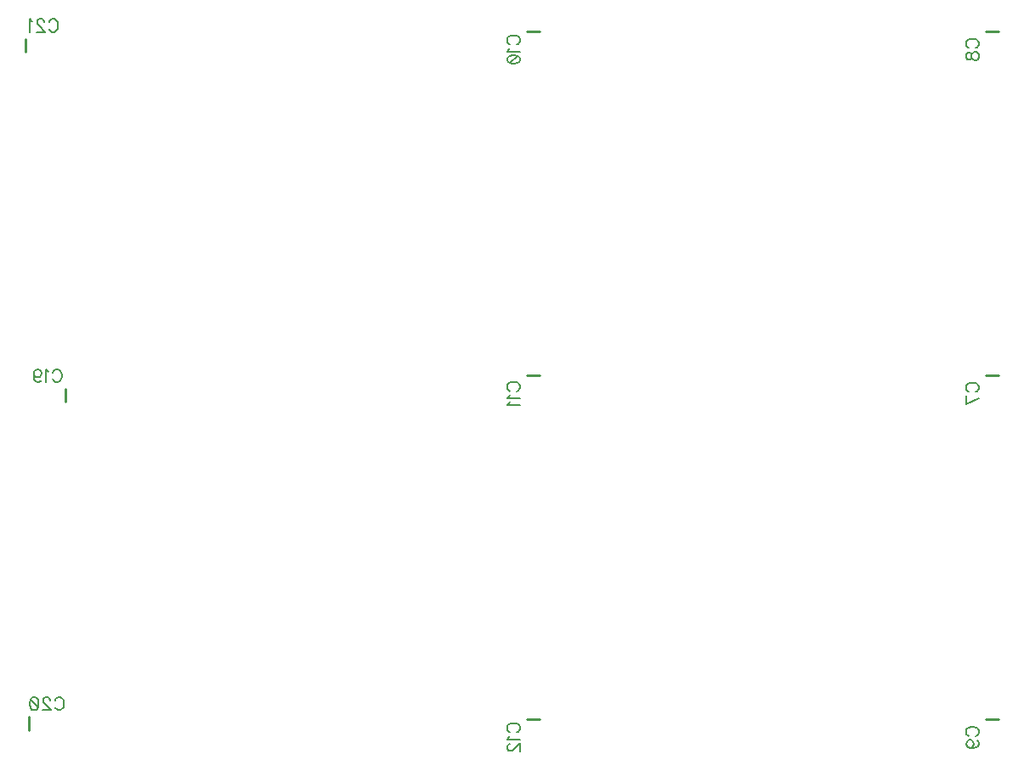
<source format=gbo>
G04 DipTrace 2.4.0.2*
%INpsu_1.GBO*%
%MOMM*%
%ADD10C,0.25*%
%ADD91C,0.196*%
%FSLAX53Y53*%
G04*
G71*
G90*
G75*
G01*
%LNBotSilk*%
%LPD*%
X185910Y66613D2*
D10*
X184611D1*
X185910Y100903D2*
X184611D1*
X185910Y32323D2*
X184611D1*
X140190Y100903D2*
X138891D1*
X140190Y66613D2*
X138891D1*
X140190Y32323D2*
X138891D1*
X92961Y63961D2*
Y65260D1*
X89279Y32560D2*
Y31261D1*
X88959Y100185D2*
Y98886D1*
X182953Y64979D2*
D91*
X182833Y65039D1*
X182711Y65161D1*
X182650Y65282D1*
Y65525D1*
X182711Y65647D1*
X182833Y65768D1*
X182953Y65829D1*
X183136Y65890D1*
X183441D1*
X183622Y65829D1*
X183744Y65768D1*
X183864Y65647D1*
X183926Y65525D1*
Y65282D1*
X183864Y65161D1*
X183744Y65039D1*
X183622Y64979D1*
X183926Y64344D2*
X182652Y63736D1*
Y64587D1*
X182953Y99268D2*
X182833Y99328D1*
X182711Y99450D1*
X182650Y99571D1*
Y99814D1*
X182711Y99936D1*
X182833Y100057D1*
X182953Y100119D1*
X183136Y100179D1*
X183441D1*
X183622Y100119D1*
X183744Y100057D1*
X183864Y99936D1*
X183926Y99814D1*
Y99571D1*
X183864Y99450D1*
X183744Y99328D1*
X183622Y99268D1*
X182652Y98573D2*
X182712Y98754D1*
X182833Y98815D1*
X182955D1*
X183076Y98754D1*
X183137Y98633D1*
X183198Y98390D1*
X183258Y98208D1*
X183380Y98087D1*
X183501Y98026D1*
X183683D1*
X183804Y98087D1*
X183866Y98147D1*
X183926Y98330D1*
Y98573D1*
X183866Y98754D1*
X183804Y98815D1*
X183683Y98876D1*
X183501D1*
X183380Y98815D1*
X183258Y98693D1*
X183198Y98512D1*
X183137Y98269D1*
X183076Y98147D1*
X182955Y98087D1*
X182833D1*
X182712Y98147D1*
X182652Y98330D1*
Y98573D1*
X182953Y30658D2*
X182833Y30719D1*
X182711Y30841D1*
X182650Y30962D1*
Y31205D1*
X182711Y31327D1*
X182833Y31447D1*
X182953Y31509D1*
X183136Y31570D1*
X183441D1*
X183622Y31509D1*
X183744Y31447D1*
X183864Y31327D1*
X183926Y31205D1*
Y30962D1*
X183864Y30841D1*
X183744Y30719D1*
X183622Y30658D1*
X183076Y29476D2*
X183258Y29538D1*
X183380Y29658D1*
X183441Y29841D1*
Y29901D1*
X183380Y30084D1*
X183258Y30205D1*
X183076Y30266D1*
X183015D1*
X182833Y30205D1*
X182712Y30084D1*
X182652Y29901D1*
Y29841D1*
X182712Y29658D1*
X182833Y29538D1*
X183076Y29476D1*
X183380D1*
X183683Y29538D1*
X183866Y29658D1*
X183926Y29841D1*
Y29962D1*
X183866Y30144D1*
X183744Y30205D1*
X137233Y99617D2*
X137113Y99677D1*
X136991Y99800D1*
X136930Y99920D1*
Y100163D1*
X136991Y100285D1*
X137113Y100406D1*
X137233Y100468D1*
X137416Y100528D1*
X137721D1*
X137902Y100468D1*
X138024Y100406D1*
X138144Y100285D1*
X138206Y100163D1*
Y99920D1*
X138144Y99800D1*
X138024Y99677D1*
X137902Y99617D1*
X137174Y99225D2*
X137113Y99103D1*
X136932Y98920D1*
X138206D1*
X136932Y98163D2*
X136992Y98346D1*
X137174Y98468D1*
X137478Y98528D1*
X137660D1*
X137963Y98468D1*
X138146Y98346D1*
X138206Y98163D1*
Y98042D1*
X138146Y97860D1*
X137963Y97739D1*
X137660Y97677D1*
X137478D1*
X137174Y97739D1*
X136992Y97860D1*
X136932Y98042D1*
Y98163D1*
X137174Y97739D2*
X137963Y98468D1*
X137233Y65054D2*
X137113Y65114D1*
X136991Y65237D1*
X136930Y65357D1*
Y65600D1*
X136991Y65722D1*
X137113Y65843D1*
X137233Y65905D1*
X137416Y65965D1*
X137721D1*
X137902Y65905D1*
X138024Y65843D1*
X138144Y65722D1*
X138206Y65600D1*
Y65357D1*
X138144Y65237D1*
X138024Y65114D1*
X137902Y65054D1*
X137174Y64662D2*
X137113Y64540D1*
X136932Y64357D1*
X138206D1*
X137174Y63965D2*
X137113Y63843D1*
X136932Y63660D1*
X138206D1*
X137233Y31037D2*
X137113Y31097D1*
X136991Y31220D1*
X136930Y31340D1*
Y31583D1*
X136991Y31705D1*
X137113Y31826D1*
X137233Y31888D1*
X137416Y31948D1*
X137721D1*
X137902Y31888D1*
X138024Y31826D1*
X138144Y31705D1*
X138206Y31583D1*
Y31340D1*
X138144Y31220D1*
X138024Y31097D1*
X137902Y31037D1*
X137174Y30645D2*
X137113Y30523D1*
X136932Y30340D1*
X138206D1*
X137235Y29886D2*
X137174D1*
X137052Y29826D1*
X136992Y29766D1*
X136932Y29643D1*
Y29401D1*
X136992Y29280D1*
X137052Y29220D1*
X137174Y29158D1*
X137295D1*
X137417Y29220D1*
X137598Y29340D1*
X138206Y29948D1*
Y29097D1*
X91644Y66917D2*
X91705Y67037D1*
X91827Y67160D1*
X91948Y67220D1*
X92190D1*
X92313Y67160D1*
X92433Y67037D1*
X92495Y66917D1*
X92555Y66734D1*
Y66430D1*
X92495Y66248D1*
X92433Y66126D1*
X92313Y66006D1*
X92190Y65944D1*
X91948D1*
X91827Y66006D1*
X91705Y66126D1*
X91644Y66248D1*
X91252Y66976D2*
X91130Y67037D1*
X90948Y67218D1*
Y65944D1*
X89765Y66795D2*
X89827Y66612D1*
X89948Y66490D1*
X90130Y66430D1*
X90190D1*
X90373Y66490D1*
X90494Y66612D1*
X90555Y66795D1*
Y66855D1*
X90494Y67037D1*
X90373Y67158D1*
X90190Y67218D1*
X90130D1*
X89948Y67158D1*
X89827Y67037D1*
X89765Y66795D1*
Y66490D1*
X89827Y66187D1*
X89948Y66004D1*
X90130Y65944D1*
X90251D1*
X90433Y66004D1*
X90494Y66126D1*
X91867Y34217D2*
X91927Y34337D1*
X92050Y34460D1*
X92170Y34520D1*
X92413D1*
X92535Y34460D1*
X92656Y34337D1*
X92718Y34217D1*
X92778Y34034D1*
Y33730D1*
X92718Y33548D1*
X92656Y33426D1*
X92535Y33306D1*
X92413Y33244D1*
X92170D1*
X92050Y33306D1*
X91927Y33426D1*
X91867Y33548D1*
X91413Y34215D2*
Y34276D1*
X91353Y34398D1*
X91292Y34458D1*
X91170Y34518D1*
X90927D1*
X90807Y34458D1*
X90746Y34398D1*
X90685Y34276D1*
Y34155D1*
X90746Y34033D1*
X90867Y33852D1*
X91475Y33244D1*
X90624D1*
X89867Y34518D2*
X90050Y34458D1*
X90172Y34276D1*
X90232Y33972D1*
Y33790D1*
X90172Y33487D1*
X90050Y33304D1*
X89867Y33244D1*
X89746D1*
X89564Y33304D1*
X89443Y33487D1*
X89381Y33790D1*
Y33972D1*
X89443Y34276D1*
X89564Y34458D1*
X89746Y34518D1*
X89867D1*
X89443Y34276D2*
X90172Y33487D1*
X91274Y101842D2*
X91334Y101962D1*
X91457Y102085D1*
X91577Y102145D1*
X91820D1*
X91942Y102085D1*
X92063Y101962D1*
X92125Y101842D1*
X92185Y101659D1*
Y101355D1*
X92125Y101173D1*
X92063Y101051D1*
X91942Y100931D1*
X91820Y100869D1*
X91577D1*
X91457Y100931D1*
X91334Y101051D1*
X91274Y101173D1*
X90820Y101840D2*
Y101901D1*
X90760Y102023D1*
X90699Y102083D1*
X90577Y102143D1*
X90334D1*
X90214Y102083D1*
X90153Y102023D1*
X90092Y101901D1*
Y101780D1*
X90153Y101658D1*
X90274Y101477D1*
X90882Y100869D1*
X90031D1*
X89639Y101901D2*
X89517Y101962D1*
X89334Y102143D1*
Y100869D1*
M02*

</source>
